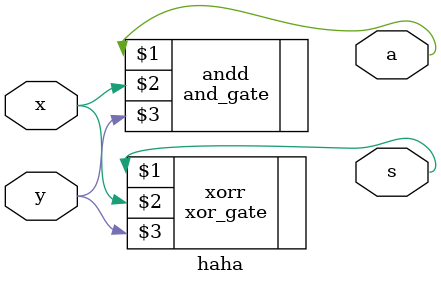
<source format=v>
module haha(s,a,x,y);

  input x,y;
  output s,a;

  xor_gate xorr(s,x,y);
  and_gate andd(a,x,y);

endmodule

</source>
